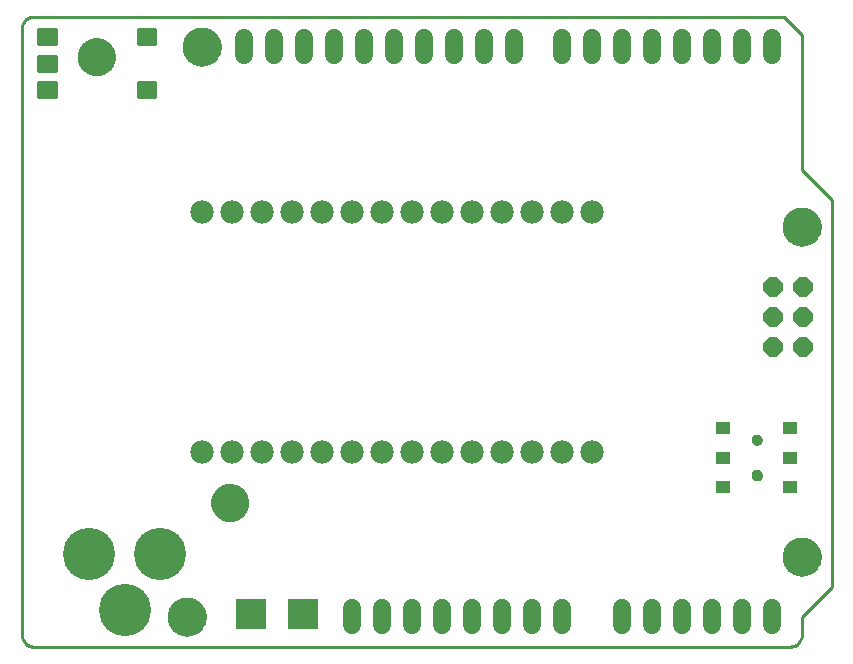
<source format=gts>
G75*
G70*
%OFA0B0*%
%FSLAX24Y24*%
%IPPOS*%
%LPD*%
%AMOC8*
5,1,8,0,0,1.08239X$1,22.5*
%
%ADD10C,0.0100*%
%ADD11C,0.0000*%
%ADD12C,0.1300*%
%ADD13OC8,0.0650*%
%ADD14C,0.0600*%
%ADD15R,0.0985X0.0985*%
%ADD16C,0.0860*%
%ADD17C,0.0440*%
%ADD18C,0.0089*%
%ADD19C,0.1740*%
%ADD20C,0.0780*%
%ADD21R,0.0493X0.0434*%
%ADD22C,0.0375*%
D10*
X001280Y000944D02*
X001280Y021156D01*
X001282Y021195D01*
X001288Y021233D01*
X001297Y021270D01*
X001310Y021307D01*
X001327Y021342D01*
X001346Y021375D01*
X001369Y021406D01*
X001395Y021435D01*
X001424Y021461D01*
X001455Y021484D01*
X001488Y021503D01*
X001523Y021520D01*
X001560Y021533D01*
X001597Y021542D01*
X001635Y021548D01*
X001674Y021550D01*
X026680Y021550D01*
X027280Y020950D01*
X027280Y016450D01*
X028280Y015450D01*
X028280Y002550D01*
X027280Y001550D01*
X027280Y000944D01*
X027278Y000905D01*
X027272Y000867D01*
X027263Y000830D01*
X027250Y000793D01*
X027233Y000758D01*
X027214Y000725D01*
X027191Y000694D01*
X027165Y000665D01*
X027136Y000639D01*
X027105Y000616D01*
X027072Y000597D01*
X027037Y000580D01*
X027000Y000567D01*
X026963Y000558D01*
X026925Y000552D01*
X026886Y000550D01*
X001674Y000550D01*
X001635Y000552D01*
X001597Y000558D01*
X001560Y000567D01*
X001523Y000580D01*
X001488Y000597D01*
X001455Y000616D01*
X001424Y000639D01*
X001395Y000665D01*
X001369Y000694D01*
X001346Y000725D01*
X001327Y000758D01*
X001310Y000793D01*
X001297Y000830D01*
X001288Y000867D01*
X001282Y000905D01*
X001280Y000944D01*
D11*
X006150Y001550D02*
X006152Y001600D01*
X006158Y001650D01*
X006168Y001699D01*
X006182Y001747D01*
X006199Y001794D01*
X006220Y001839D01*
X006245Y001883D01*
X006273Y001924D01*
X006305Y001963D01*
X006339Y002000D01*
X006376Y002034D01*
X006416Y002064D01*
X006458Y002091D01*
X006502Y002115D01*
X006548Y002136D01*
X006595Y002152D01*
X006643Y002165D01*
X006693Y002174D01*
X006742Y002179D01*
X006793Y002180D01*
X006843Y002177D01*
X006892Y002170D01*
X006941Y002159D01*
X006989Y002144D01*
X007035Y002126D01*
X007080Y002104D01*
X007123Y002078D01*
X007164Y002049D01*
X007203Y002017D01*
X007239Y001982D01*
X007271Y001944D01*
X007301Y001904D01*
X007328Y001861D01*
X007351Y001817D01*
X007370Y001771D01*
X007386Y001723D01*
X007398Y001674D01*
X007406Y001625D01*
X007410Y001575D01*
X007410Y001525D01*
X007406Y001475D01*
X007398Y001426D01*
X007386Y001377D01*
X007370Y001329D01*
X007351Y001283D01*
X007328Y001239D01*
X007301Y001196D01*
X007271Y001156D01*
X007239Y001118D01*
X007203Y001083D01*
X007164Y001051D01*
X007123Y001022D01*
X007080Y000996D01*
X007035Y000974D01*
X006989Y000956D01*
X006941Y000941D01*
X006892Y000930D01*
X006843Y000923D01*
X006793Y000920D01*
X006742Y000921D01*
X006693Y000926D01*
X006643Y000935D01*
X006595Y000948D01*
X006548Y000964D01*
X006502Y000985D01*
X006458Y001009D01*
X006416Y001036D01*
X006376Y001066D01*
X006339Y001100D01*
X006305Y001137D01*
X006273Y001176D01*
X006245Y001217D01*
X006220Y001261D01*
X006199Y001306D01*
X006182Y001353D01*
X006168Y001401D01*
X006158Y001450D01*
X006152Y001500D01*
X006150Y001550D01*
X025613Y006259D02*
X025615Y006284D01*
X025621Y006309D01*
X025630Y006333D01*
X025643Y006355D01*
X025660Y006375D01*
X025679Y006392D01*
X025700Y006406D01*
X025724Y006416D01*
X025748Y006423D01*
X025774Y006426D01*
X025799Y006425D01*
X025824Y006420D01*
X025848Y006411D01*
X025871Y006399D01*
X025891Y006384D01*
X025909Y006365D01*
X025924Y006344D01*
X025935Y006321D01*
X025943Y006297D01*
X025947Y006272D01*
X025947Y006246D01*
X025943Y006221D01*
X025935Y006197D01*
X025924Y006174D01*
X025909Y006153D01*
X025891Y006134D01*
X025871Y006119D01*
X025848Y006107D01*
X025824Y006098D01*
X025799Y006093D01*
X025774Y006092D01*
X025748Y006095D01*
X025724Y006102D01*
X025700Y006112D01*
X025679Y006126D01*
X025660Y006143D01*
X025643Y006163D01*
X025630Y006185D01*
X025621Y006209D01*
X025615Y006234D01*
X025613Y006259D01*
X025613Y007441D02*
X025615Y007466D01*
X025621Y007491D01*
X025630Y007515D01*
X025643Y007537D01*
X025660Y007557D01*
X025679Y007574D01*
X025700Y007588D01*
X025724Y007598D01*
X025748Y007605D01*
X025774Y007608D01*
X025799Y007607D01*
X025824Y007602D01*
X025848Y007593D01*
X025871Y007581D01*
X025891Y007566D01*
X025909Y007547D01*
X025924Y007526D01*
X025935Y007503D01*
X025943Y007479D01*
X025947Y007454D01*
X025947Y007428D01*
X025943Y007403D01*
X025935Y007379D01*
X025924Y007356D01*
X025909Y007335D01*
X025891Y007316D01*
X025871Y007301D01*
X025848Y007289D01*
X025824Y007280D01*
X025799Y007275D01*
X025774Y007274D01*
X025748Y007277D01*
X025724Y007284D01*
X025700Y007294D01*
X025679Y007308D01*
X025660Y007325D01*
X025643Y007345D01*
X025630Y007367D01*
X025621Y007391D01*
X025615Y007416D01*
X025613Y007441D01*
X026650Y003550D02*
X026652Y003600D01*
X026658Y003650D01*
X026668Y003699D01*
X026682Y003747D01*
X026699Y003794D01*
X026720Y003839D01*
X026745Y003883D01*
X026773Y003924D01*
X026805Y003963D01*
X026839Y004000D01*
X026876Y004034D01*
X026916Y004064D01*
X026958Y004091D01*
X027002Y004115D01*
X027048Y004136D01*
X027095Y004152D01*
X027143Y004165D01*
X027193Y004174D01*
X027242Y004179D01*
X027293Y004180D01*
X027343Y004177D01*
X027392Y004170D01*
X027441Y004159D01*
X027489Y004144D01*
X027535Y004126D01*
X027580Y004104D01*
X027623Y004078D01*
X027664Y004049D01*
X027703Y004017D01*
X027739Y003982D01*
X027771Y003944D01*
X027801Y003904D01*
X027828Y003861D01*
X027851Y003817D01*
X027870Y003771D01*
X027886Y003723D01*
X027898Y003674D01*
X027906Y003625D01*
X027910Y003575D01*
X027910Y003525D01*
X027906Y003475D01*
X027898Y003426D01*
X027886Y003377D01*
X027870Y003329D01*
X027851Y003283D01*
X027828Y003239D01*
X027801Y003196D01*
X027771Y003156D01*
X027739Y003118D01*
X027703Y003083D01*
X027664Y003051D01*
X027623Y003022D01*
X027580Y002996D01*
X027535Y002974D01*
X027489Y002956D01*
X027441Y002941D01*
X027392Y002930D01*
X027343Y002923D01*
X027293Y002920D01*
X027242Y002921D01*
X027193Y002926D01*
X027143Y002935D01*
X027095Y002948D01*
X027048Y002964D01*
X027002Y002985D01*
X026958Y003009D01*
X026916Y003036D01*
X026876Y003066D01*
X026839Y003100D01*
X026805Y003137D01*
X026773Y003176D01*
X026745Y003217D01*
X026720Y003261D01*
X026699Y003306D01*
X026682Y003353D01*
X026668Y003401D01*
X026658Y003450D01*
X026652Y003500D01*
X026650Y003550D01*
X026650Y014550D02*
X026652Y014600D01*
X026658Y014650D01*
X026668Y014699D01*
X026682Y014747D01*
X026699Y014794D01*
X026720Y014839D01*
X026745Y014883D01*
X026773Y014924D01*
X026805Y014963D01*
X026839Y015000D01*
X026876Y015034D01*
X026916Y015064D01*
X026958Y015091D01*
X027002Y015115D01*
X027048Y015136D01*
X027095Y015152D01*
X027143Y015165D01*
X027193Y015174D01*
X027242Y015179D01*
X027293Y015180D01*
X027343Y015177D01*
X027392Y015170D01*
X027441Y015159D01*
X027489Y015144D01*
X027535Y015126D01*
X027580Y015104D01*
X027623Y015078D01*
X027664Y015049D01*
X027703Y015017D01*
X027739Y014982D01*
X027771Y014944D01*
X027801Y014904D01*
X027828Y014861D01*
X027851Y014817D01*
X027870Y014771D01*
X027886Y014723D01*
X027898Y014674D01*
X027906Y014625D01*
X027910Y014575D01*
X027910Y014525D01*
X027906Y014475D01*
X027898Y014426D01*
X027886Y014377D01*
X027870Y014329D01*
X027851Y014283D01*
X027828Y014239D01*
X027801Y014196D01*
X027771Y014156D01*
X027739Y014118D01*
X027703Y014083D01*
X027664Y014051D01*
X027623Y014022D01*
X027580Y013996D01*
X027535Y013974D01*
X027489Y013956D01*
X027441Y013941D01*
X027392Y013930D01*
X027343Y013923D01*
X027293Y013920D01*
X027242Y013921D01*
X027193Y013926D01*
X027143Y013935D01*
X027095Y013948D01*
X027048Y013964D01*
X027002Y013985D01*
X026958Y014009D01*
X026916Y014036D01*
X026876Y014066D01*
X026839Y014100D01*
X026805Y014137D01*
X026773Y014176D01*
X026745Y014217D01*
X026720Y014261D01*
X026699Y014306D01*
X026682Y014353D01*
X026668Y014401D01*
X026658Y014450D01*
X026652Y014500D01*
X026650Y014550D01*
X006650Y020550D02*
X006652Y020600D01*
X006658Y020650D01*
X006668Y020699D01*
X006682Y020747D01*
X006699Y020794D01*
X006720Y020839D01*
X006745Y020883D01*
X006773Y020924D01*
X006805Y020963D01*
X006839Y021000D01*
X006876Y021034D01*
X006916Y021064D01*
X006958Y021091D01*
X007002Y021115D01*
X007048Y021136D01*
X007095Y021152D01*
X007143Y021165D01*
X007193Y021174D01*
X007242Y021179D01*
X007293Y021180D01*
X007343Y021177D01*
X007392Y021170D01*
X007441Y021159D01*
X007489Y021144D01*
X007535Y021126D01*
X007580Y021104D01*
X007623Y021078D01*
X007664Y021049D01*
X007703Y021017D01*
X007739Y020982D01*
X007771Y020944D01*
X007801Y020904D01*
X007828Y020861D01*
X007851Y020817D01*
X007870Y020771D01*
X007886Y020723D01*
X007898Y020674D01*
X007906Y020625D01*
X007910Y020575D01*
X007910Y020525D01*
X007906Y020475D01*
X007898Y020426D01*
X007886Y020377D01*
X007870Y020329D01*
X007851Y020283D01*
X007828Y020239D01*
X007801Y020196D01*
X007771Y020156D01*
X007739Y020118D01*
X007703Y020083D01*
X007664Y020051D01*
X007623Y020022D01*
X007580Y019996D01*
X007535Y019974D01*
X007489Y019956D01*
X007441Y019941D01*
X007392Y019930D01*
X007343Y019923D01*
X007293Y019920D01*
X007242Y019921D01*
X007193Y019926D01*
X007143Y019935D01*
X007095Y019948D01*
X007048Y019964D01*
X007002Y019985D01*
X006958Y020009D01*
X006916Y020036D01*
X006876Y020066D01*
X006839Y020100D01*
X006805Y020137D01*
X006773Y020176D01*
X006745Y020217D01*
X006720Y020261D01*
X006699Y020306D01*
X006682Y020353D01*
X006668Y020401D01*
X006658Y020450D01*
X006652Y020500D01*
X006650Y020550D01*
D12*
X007280Y020550D03*
X027280Y014550D03*
X027280Y003550D03*
X006780Y001550D03*
D13*
X026330Y010550D03*
X027330Y010550D03*
X027330Y011550D03*
X027330Y012550D03*
X026330Y012550D03*
X026330Y011550D03*
D14*
X026280Y020270D02*
X026280Y020830D01*
X025280Y020830D02*
X025280Y020270D01*
X024280Y020270D02*
X024280Y020830D01*
X023280Y020830D02*
X023280Y020270D01*
X022280Y020270D02*
X022280Y020830D01*
X021280Y020830D02*
X021280Y020270D01*
X020280Y020270D02*
X020280Y020830D01*
X019280Y020830D02*
X019280Y020270D01*
X017680Y020270D02*
X017680Y020830D01*
X016680Y020830D02*
X016680Y020270D01*
X015680Y020270D02*
X015680Y020830D01*
X014680Y020830D02*
X014680Y020270D01*
X013680Y020270D02*
X013680Y020830D01*
X012680Y020830D02*
X012680Y020270D01*
X011680Y020270D02*
X011680Y020830D01*
X010680Y020830D02*
X010680Y020270D01*
X009680Y020270D02*
X009680Y020830D01*
X008680Y020830D02*
X008680Y020270D01*
X012280Y001830D02*
X012280Y001270D01*
X013280Y001270D02*
X013280Y001830D01*
X014280Y001830D02*
X014280Y001270D01*
X015280Y001270D02*
X015280Y001830D01*
X016280Y001830D02*
X016280Y001270D01*
X017280Y001270D02*
X017280Y001830D01*
X018280Y001830D02*
X018280Y001270D01*
X019280Y001270D02*
X019280Y001830D01*
X021280Y001830D02*
X021280Y001270D01*
X022280Y001270D02*
X022280Y001830D01*
X023280Y001830D02*
X023280Y001270D01*
X024280Y001270D02*
X024280Y001830D01*
X025280Y001830D02*
X025280Y001270D01*
X026280Y001270D02*
X026280Y001830D01*
D15*
X010646Y001650D03*
X008914Y001650D03*
D16*
X008030Y005341D02*
X008032Y005368D01*
X008038Y005395D01*
X008047Y005421D01*
X008060Y005445D01*
X008076Y005468D01*
X008095Y005487D01*
X008117Y005504D01*
X008141Y005518D01*
X008166Y005528D01*
X008193Y005535D01*
X008220Y005538D01*
X008248Y005537D01*
X008275Y005532D01*
X008301Y005524D01*
X008325Y005512D01*
X008348Y005496D01*
X008369Y005478D01*
X008386Y005457D01*
X008401Y005433D01*
X008412Y005408D01*
X008420Y005382D01*
X008424Y005355D01*
X008424Y005327D01*
X008420Y005300D01*
X008412Y005274D01*
X008401Y005249D01*
X008386Y005225D01*
X008369Y005204D01*
X008348Y005186D01*
X008326Y005170D01*
X008301Y005158D01*
X008275Y005150D01*
X008248Y005145D01*
X008220Y005144D01*
X008193Y005147D01*
X008166Y005154D01*
X008141Y005164D01*
X008117Y005178D01*
X008095Y005195D01*
X008076Y005214D01*
X008060Y005237D01*
X008047Y005261D01*
X008038Y005287D01*
X008032Y005314D01*
X008030Y005341D01*
X003583Y020200D02*
X003585Y020227D01*
X003591Y020254D01*
X003600Y020280D01*
X003613Y020304D01*
X003629Y020327D01*
X003648Y020346D01*
X003670Y020363D01*
X003694Y020377D01*
X003719Y020387D01*
X003746Y020394D01*
X003773Y020397D01*
X003801Y020396D01*
X003828Y020391D01*
X003854Y020383D01*
X003878Y020371D01*
X003901Y020355D01*
X003922Y020337D01*
X003939Y020316D01*
X003954Y020292D01*
X003965Y020267D01*
X003973Y020241D01*
X003977Y020214D01*
X003977Y020186D01*
X003973Y020159D01*
X003965Y020133D01*
X003954Y020108D01*
X003939Y020084D01*
X003922Y020063D01*
X003901Y020045D01*
X003879Y020029D01*
X003854Y020017D01*
X003828Y020009D01*
X003801Y020004D01*
X003773Y020003D01*
X003746Y020006D01*
X003719Y020013D01*
X003694Y020023D01*
X003670Y020037D01*
X003648Y020054D01*
X003629Y020073D01*
X003613Y020096D01*
X003600Y020120D01*
X003591Y020146D01*
X003585Y020173D01*
X003583Y020200D01*
D17*
X003780Y020200D03*
X008227Y005341D03*
D18*
X005725Y018863D02*
X005143Y018863D01*
X005143Y019365D01*
X005725Y019365D01*
X005725Y018863D01*
X005725Y018951D02*
X005143Y018951D01*
X005143Y019039D02*
X005725Y019039D01*
X005725Y019127D02*
X005143Y019127D01*
X005143Y019215D02*
X005725Y019215D01*
X005725Y019303D02*
X005143Y019303D01*
X005143Y020635D02*
X005725Y020635D01*
X005143Y020635D02*
X005143Y021137D01*
X005725Y021137D01*
X005725Y020635D01*
X005725Y020723D02*
X005143Y020723D01*
X005143Y020811D02*
X005725Y020811D01*
X005725Y020899D02*
X005143Y020899D01*
X005143Y020987D02*
X005725Y020987D01*
X005725Y021075D02*
X005143Y021075D01*
X002417Y020635D02*
X001835Y020635D01*
X001835Y021137D01*
X002417Y021137D01*
X002417Y020635D01*
X002417Y020723D02*
X001835Y020723D01*
X001835Y020811D02*
X002417Y020811D01*
X002417Y020899D02*
X001835Y020899D01*
X001835Y020987D02*
X002417Y020987D01*
X002417Y021075D02*
X001835Y021075D01*
X001835Y019749D02*
X002417Y019749D01*
X001835Y019749D02*
X001835Y020251D01*
X002417Y020251D01*
X002417Y019749D01*
X002417Y019837D02*
X001835Y019837D01*
X001835Y019925D02*
X002417Y019925D01*
X002417Y020013D02*
X001835Y020013D01*
X001835Y020101D02*
X002417Y020101D01*
X002417Y020189D02*
X001835Y020189D01*
X001835Y018863D02*
X002417Y018863D01*
X001835Y018863D02*
X001835Y019365D01*
X002417Y019365D01*
X002417Y018863D01*
X002417Y018951D02*
X001835Y018951D01*
X001835Y019039D02*
X002417Y019039D01*
X002417Y019127D02*
X001835Y019127D01*
X001835Y019215D02*
X002417Y019215D01*
X002417Y019303D02*
X001835Y019303D01*
D19*
X003531Y003630D03*
X004713Y001780D03*
X005894Y003630D03*
D20*
X007280Y007050D03*
X008280Y007050D03*
X009280Y007050D03*
X010280Y007050D03*
X011280Y007050D03*
X012280Y007050D03*
X013280Y007050D03*
X014280Y007050D03*
X015280Y007050D03*
X016280Y007050D03*
X017280Y007050D03*
X018280Y007050D03*
X019280Y007050D03*
X020280Y007050D03*
X020280Y015050D03*
X019280Y015050D03*
X018280Y015050D03*
X017280Y015050D03*
X016280Y015050D03*
X015280Y015050D03*
X014280Y015050D03*
X013280Y015050D03*
X012280Y015050D03*
X011280Y015050D03*
X010280Y015050D03*
X009280Y015050D03*
X008280Y015050D03*
X007280Y015050D03*
D21*
X024668Y007834D03*
X024668Y006850D03*
X024668Y005866D03*
X026892Y005866D03*
X026892Y006850D03*
X026892Y007834D03*
D22*
X025780Y007441D03*
X025780Y006259D03*
M02*

</source>
